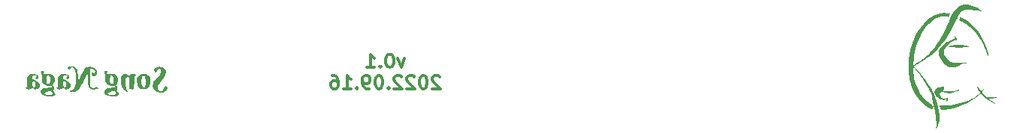
<source format=gbr>
%TF.GenerationSoftware,KiCad,Pcbnew,(6.0.1)*%
%TF.CreationDate,2022-09-16T10:26:10-07:00*%
%TF.ProjectId,8-pots-1-mux-rounded,382d706f-7473-42d3-912d-6d75782d726f,rev?*%
%TF.SameCoordinates,Original*%
%TF.FileFunction,Legend,Bot*%
%TF.FilePolarity,Positive*%
%FSLAX46Y46*%
G04 Gerber Fmt 4.6, Leading zero omitted, Abs format (unit mm)*
G04 Created by KiCad (PCBNEW (6.0.1)) date 2022-09-16 10:26:10*
%MOMM*%
%LPD*%
G01*
G04 APERTURE LIST*
%ADD10C,0.300000*%
G04 APERTURE END LIST*
D10*
X137642857Y-32971071D02*
X137285714Y-33971071D01*
X136928571Y-32971071D01*
X136071428Y-32471071D02*
X135928571Y-32471071D01*
X135785714Y-32542500D01*
X135714285Y-32613928D01*
X135642857Y-32756785D01*
X135571428Y-33042500D01*
X135571428Y-33399642D01*
X135642857Y-33685357D01*
X135714285Y-33828214D01*
X135785714Y-33899642D01*
X135928571Y-33971071D01*
X136071428Y-33971071D01*
X136214285Y-33899642D01*
X136285714Y-33828214D01*
X136357142Y-33685357D01*
X136428571Y-33399642D01*
X136428571Y-33042500D01*
X136357142Y-32756785D01*
X136285714Y-32613928D01*
X136214285Y-32542500D01*
X136071428Y-32471071D01*
X134928571Y-33828214D02*
X134857142Y-33899642D01*
X134928571Y-33971071D01*
X135000000Y-33899642D01*
X134928571Y-33828214D01*
X134928571Y-33971071D01*
X133428571Y-33971071D02*
X134285714Y-33971071D01*
X133857142Y-33971071D02*
X133857142Y-32471071D01*
X134000000Y-32685357D01*
X134142857Y-32828214D01*
X134285714Y-32899642D01*
X141642857Y-35028928D02*
X141571428Y-34957500D01*
X141428571Y-34886071D01*
X141071428Y-34886071D01*
X140928571Y-34957500D01*
X140857142Y-35028928D01*
X140785714Y-35171785D01*
X140785714Y-35314642D01*
X140857142Y-35528928D01*
X141714285Y-36386071D01*
X140785714Y-36386071D01*
X139857142Y-34886071D02*
X139714285Y-34886071D01*
X139571428Y-34957500D01*
X139500000Y-35028928D01*
X139428571Y-35171785D01*
X139357142Y-35457500D01*
X139357142Y-35814642D01*
X139428571Y-36100357D01*
X139500000Y-36243214D01*
X139571428Y-36314642D01*
X139714285Y-36386071D01*
X139857142Y-36386071D01*
X140000000Y-36314642D01*
X140071428Y-36243214D01*
X140142857Y-36100357D01*
X140214285Y-35814642D01*
X140214285Y-35457500D01*
X140142857Y-35171785D01*
X140071428Y-35028928D01*
X140000000Y-34957500D01*
X139857142Y-34886071D01*
X138785714Y-35028928D02*
X138714285Y-34957500D01*
X138571428Y-34886071D01*
X138214285Y-34886071D01*
X138071428Y-34957500D01*
X138000000Y-35028928D01*
X137928571Y-35171785D01*
X137928571Y-35314642D01*
X138000000Y-35528928D01*
X138857142Y-36386071D01*
X137928571Y-36386071D01*
X137357142Y-35028928D02*
X137285714Y-34957500D01*
X137142857Y-34886071D01*
X136785714Y-34886071D01*
X136642857Y-34957500D01*
X136571428Y-35028928D01*
X136500000Y-35171785D01*
X136500000Y-35314642D01*
X136571428Y-35528928D01*
X137428571Y-36386071D01*
X136500000Y-36386071D01*
X135857142Y-36243214D02*
X135785714Y-36314642D01*
X135857142Y-36386071D01*
X135928571Y-36314642D01*
X135857142Y-36243214D01*
X135857142Y-36386071D01*
X134857142Y-34886071D02*
X134714285Y-34886071D01*
X134571428Y-34957500D01*
X134500000Y-35028928D01*
X134428571Y-35171785D01*
X134357142Y-35457500D01*
X134357142Y-35814642D01*
X134428571Y-36100357D01*
X134500000Y-36243214D01*
X134571428Y-36314642D01*
X134714285Y-36386071D01*
X134857142Y-36386071D01*
X135000000Y-36314642D01*
X135071428Y-36243214D01*
X135142857Y-36100357D01*
X135214285Y-35814642D01*
X135214285Y-35457500D01*
X135142857Y-35171785D01*
X135071428Y-35028928D01*
X135000000Y-34957500D01*
X134857142Y-34886071D01*
X133642857Y-36386071D02*
X133357142Y-36386071D01*
X133214285Y-36314642D01*
X133142857Y-36243214D01*
X133000000Y-36028928D01*
X132928571Y-35743214D01*
X132928571Y-35171785D01*
X133000000Y-35028928D01*
X133071428Y-34957500D01*
X133214285Y-34886071D01*
X133500000Y-34886071D01*
X133642857Y-34957500D01*
X133714285Y-35028928D01*
X133785714Y-35171785D01*
X133785714Y-35528928D01*
X133714285Y-35671785D01*
X133642857Y-35743214D01*
X133500000Y-35814642D01*
X133214285Y-35814642D01*
X133071428Y-35743214D01*
X133000000Y-35671785D01*
X132928571Y-35528928D01*
X132285714Y-36243214D02*
X132214285Y-36314642D01*
X132285714Y-36386071D01*
X132357142Y-36314642D01*
X132285714Y-36243214D01*
X132285714Y-36386071D01*
X130785714Y-36386071D02*
X131642857Y-36386071D01*
X131214285Y-36386071D02*
X131214285Y-34886071D01*
X131357142Y-35100357D01*
X131500000Y-35243214D01*
X131642857Y-35314642D01*
X129500000Y-34886071D02*
X129785714Y-34886071D01*
X129928571Y-34957500D01*
X130000000Y-35028928D01*
X130142857Y-35243214D01*
X130214285Y-35528928D01*
X130214285Y-36100357D01*
X130142857Y-36243214D01*
X130071428Y-36314642D01*
X129928571Y-36386071D01*
X129642857Y-36386071D01*
X129500000Y-36314642D01*
X129428571Y-36243214D01*
X129357142Y-36100357D01*
X129357142Y-35743214D01*
X129428571Y-35600357D01*
X129500000Y-35528928D01*
X129642857Y-35457500D01*
X129928571Y-35457500D01*
X130071428Y-35528928D01*
X130142857Y-35600357D01*
X130214285Y-35743214D01*
%TO.C,G2*%
G36*
X199754564Y-30453281D02*
G01*
X199828075Y-30558142D01*
X199865269Y-30683391D01*
X199851981Y-30794903D01*
X199790825Y-30875712D01*
X199684413Y-30908848D01*
X199613953Y-30919385D01*
X199453394Y-30982445D01*
X199265042Y-31095435D01*
X199061084Y-31250561D01*
X198853708Y-31440031D01*
X198812955Y-31481251D01*
X198608116Y-31718313D01*
X198474539Y-31937207D01*
X198410366Y-32143448D01*
X198413735Y-32342553D01*
X198482787Y-32540037D01*
X198509336Y-32588611D01*
X198622830Y-32757986D01*
X198766766Y-32934762D01*
X198923880Y-33100308D01*
X199076905Y-33235995D01*
X199208575Y-33323190D01*
X199228183Y-33332765D01*
X199293766Y-33361997D01*
X199359546Y-33383020D01*
X199438395Y-33396950D01*
X199543182Y-33404902D01*
X199686780Y-33407990D01*
X199882060Y-33407329D01*
X200141892Y-33404034D01*
X200160677Y-33403773D01*
X200393107Y-33401772D01*
X200598429Y-33402187D01*
X200764065Y-33404824D01*
X200877435Y-33409492D01*
X200925962Y-33415999D01*
X200948116Y-33432239D01*
X200956842Y-33470450D01*
X200889991Y-33500540D01*
X200746800Y-33522965D01*
X200593514Y-33553519D01*
X200373632Y-33628958D01*
X200098249Y-33749787D01*
X199865132Y-33852329D01*
X199615668Y-33936720D01*
X199398375Y-33974919D01*
X199198462Y-33969247D01*
X199001140Y-33922026D01*
X198842812Y-33852829D01*
X198605769Y-33691917D01*
X198377629Y-33471516D01*
X198168719Y-33202115D01*
X197989362Y-32894203D01*
X197923479Y-32754973D01*
X197874835Y-32622551D01*
X197851701Y-32498699D01*
X197845791Y-32352130D01*
X197848650Y-32253301D01*
X197875321Y-32079070D01*
X197937621Y-31920387D01*
X198044775Y-31757206D01*
X198206012Y-31569477D01*
X198361915Y-31418550D01*
X198564008Y-31254909D01*
X198784840Y-31101196D01*
X199009587Y-30966251D01*
X199223428Y-30858916D01*
X199411538Y-30788032D01*
X199559095Y-30762439D01*
X199599873Y-30752570D01*
X199617949Y-30706445D01*
X199613755Y-30604204D01*
X199610742Y-30502353D01*
X199632419Y-30416965D01*
X199681378Y-30399516D01*
X199754564Y-30453281D01*
G37*
G36*
X198439069Y-36295582D02*
G01*
X198436078Y-36387687D01*
X198372134Y-36534896D01*
X198292624Y-36642439D01*
X198511250Y-36669754D01*
X198646409Y-36681133D01*
X198926303Y-36681930D01*
X199235301Y-36660151D01*
X199545489Y-36618159D01*
X199828952Y-36558312D01*
X199867116Y-36548473D01*
X200034484Y-36509469D01*
X200129384Y-36496383D01*
X200152309Y-36509394D01*
X200103747Y-36548679D01*
X199984189Y-36614414D01*
X199807984Y-36695974D01*
X199420480Y-36819297D01*
X199030955Y-36868576D01*
X198646522Y-36842595D01*
X198646464Y-36842586D01*
X198500317Y-36812582D01*
X198377936Y-36777913D01*
X198305811Y-36746084D01*
X198304577Y-36745197D01*
X198216101Y-36724193D01*
X198110918Y-36752372D01*
X198017484Y-36816598D01*
X197964250Y-36903740D01*
X197963226Y-37006670D01*
X198007708Y-37150906D01*
X198090303Y-37297674D01*
X198199531Y-37421702D01*
X198349469Y-37513671D01*
X198513185Y-37535185D01*
X198678170Y-37480275D01*
X198735609Y-37450210D01*
X198835984Y-37422381D01*
X198892666Y-37455264D01*
X198910487Y-37550313D01*
X198909431Y-37582140D01*
X198879961Y-37707051D01*
X198817862Y-37785490D01*
X198733690Y-37802404D01*
X198679872Y-37770334D01*
X198665617Y-37685562D01*
X198665631Y-37685361D01*
X198664275Y-37618170D01*
X198632872Y-37600292D01*
X198549714Y-37619320D01*
X198488813Y-37635050D01*
X198343429Y-37651089D01*
X198199166Y-37626309D01*
X198025139Y-37557041D01*
X197946080Y-37518250D01*
X197694446Y-37359394D01*
X197511382Y-37179818D01*
X197399573Y-36982703D01*
X197361707Y-36771232D01*
X197365541Y-36710780D01*
X197423866Y-36534756D01*
X197544314Y-36384215D01*
X197716416Y-36266990D01*
X197929702Y-36190911D01*
X198173702Y-36163811D01*
X198426493Y-36163811D01*
X198439069Y-36295582D01*
G37*
G36*
X200517235Y-31417195D02*
G01*
X200887026Y-31486114D01*
X201214474Y-31592487D01*
X201238043Y-31602809D01*
X201317672Y-31646609D01*
X201349822Y-31680052D01*
X201329672Y-31685154D01*
X201243080Y-31691062D01*
X201098480Y-31695793D01*
X200907069Y-31699364D01*
X200680042Y-31701797D01*
X200428598Y-31703112D01*
X200163931Y-31703326D01*
X199897240Y-31702461D01*
X199639720Y-31700537D01*
X199402569Y-31697572D01*
X199196983Y-31693587D01*
X199034158Y-31688601D01*
X198925291Y-31682634D01*
X198881579Y-31675706D01*
X198892340Y-31650933D01*
X198962223Y-31611121D01*
X199078197Y-31563719D01*
X199224931Y-31514323D01*
X199387095Y-31468531D01*
X199549359Y-31431938D01*
X199757829Y-31402051D01*
X200131902Y-31388312D01*
X200517235Y-31417195D01*
G37*
G36*
X201430060Y-26924164D02*
G01*
X201622954Y-26981920D01*
X201890008Y-27083770D01*
X202163787Y-27207679D01*
X202416782Y-27341017D01*
X202621482Y-27471155D01*
X202687703Y-27520977D01*
X202755496Y-27577853D01*
X202776360Y-27604701D01*
X202756971Y-27604846D01*
X202672589Y-27596168D01*
X202533500Y-27578320D01*
X202352796Y-27553016D01*
X202143567Y-27521966D01*
X202056808Y-27509204D01*
X201804632Y-27476275D01*
X201553820Y-27448791D01*
X201329354Y-27429322D01*
X201156219Y-27420437D01*
X201094746Y-27419431D01*
X200927046Y-27421008D01*
X200805651Y-27433063D01*
X200706658Y-27459182D01*
X200606168Y-27502951D01*
X200566063Y-27523195D01*
X200474847Y-27575429D01*
X200393340Y-27635822D01*
X200316430Y-27712212D01*
X200239001Y-27812439D01*
X200155939Y-27944343D01*
X200062130Y-28115763D01*
X199952461Y-28334538D01*
X199821815Y-28608508D01*
X199665080Y-28945513D01*
X199497777Y-29301534D01*
X199320103Y-29660583D01*
X199151636Y-29974650D01*
X198982954Y-30258627D01*
X198804634Y-30527407D01*
X198607255Y-30795882D01*
X198381395Y-31078946D01*
X198117632Y-31391491D01*
X197753299Y-31802710D01*
X197362582Y-32211294D01*
X196987679Y-32564772D01*
X196619121Y-32870944D01*
X196247442Y-33137610D01*
X195863176Y-33372569D01*
X195456856Y-33583620D01*
X195425504Y-33598769D01*
X195259701Y-33682844D01*
X195124877Y-33757737D01*
X195034184Y-33815786D01*
X195000777Y-33849326D01*
X195000772Y-33849778D01*
X195031708Y-33899641D01*
X195106295Y-33952938D01*
X195110224Y-33955038D01*
X195247639Y-34053109D01*
X195418858Y-34215504D01*
X195620889Y-34438584D01*
X195850740Y-34718709D01*
X196105422Y-35052238D01*
X196381943Y-35435530D01*
X196677312Y-35864946D01*
X196750254Y-35974132D01*
X196929216Y-36253043D01*
X197076325Y-36504543D01*
X197204287Y-36752692D01*
X197325805Y-37021551D01*
X197453582Y-37335182D01*
X197533826Y-37548904D01*
X197680387Y-38002095D01*
X197794537Y-38448938D01*
X197875832Y-38881652D01*
X197923826Y-39292461D01*
X197938075Y-39673584D01*
X197918134Y-40017244D01*
X197863557Y-40315661D01*
X197773900Y-40561058D01*
X197648716Y-40745656D01*
X197514749Y-40887592D01*
X197544707Y-40771433D01*
X197563205Y-40659521D01*
X197570377Y-40462078D01*
X197558919Y-40201227D01*
X197528609Y-39874674D01*
X197479225Y-39480123D01*
X197410543Y-39015282D01*
X197322343Y-38477854D01*
X197283906Y-38256927D01*
X197208477Y-37855706D01*
X197133432Y-37511121D01*
X197054071Y-37209435D01*
X196965695Y-36936912D01*
X196863605Y-36679817D01*
X196743103Y-36424413D01*
X196599489Y-36156966D01*
X196428064Y-35863739D01*
X196340735Y-35719544D01*
X196075046Y-35293929D01*
X195830898Y-34923337D01*
X195610499Y-34610815D01*
X195416058Y-34359406D01*
X195249785Y-34172157D01*
X195113888Y-34052112D01*
X194988138Y-33962569D01*
X195010099Y-34463038D01*
X195010786Y-34478415D01*
X195036576Y-34847781D01*
X195081596Y-35178051D01*
X195151296Y-35489431D01*
X195251128Y-35802126D01*
X195386545Y-36136343D01*
X195562997Y-36512287D01*
X195760445Y-36881090D01*
X196020893Y-37277663D01*
X196297919Y-37603281D01*
X196594250Y-37861057D01*
X196912612Y-38054107D01*
X196936155Y-38065661D01*
X197042907Y-38122606D01*
X197101369Y-38174576D01*
X197130143Y-38245802D01*
X197147831Y-38360516D01*
X197158068Y-38435528D01*
X197177763Y-38557757D01*
X197194552Y-38637452D01*
X197201549Y-38672926D01*
X197180788Y-38696160D01*
X197104633Y-38684896D01*
X197091384Y-38681412D01*
X196993249Y-38645964D01*
X196856998Y-38587515D01*
X196707885Y-38516766D01*
X196435750Y-38350006D01*
X196150393Y-38116985D01*
X195864934Y-37831181D01*
X195588271Y-37503981D01*
X195329305Y-37146771D01*
X195096936Y-36770936D01*
X194900063Y-36387861D01*
X194747587Y-36008933D01*
X194699037Y-35861609D01*
X194617379Y-35576377D01*
X194556865Y-35296290D01*
X194514183Y-35000802D01*
X194486020Y-34669368D01*
X194469064Y-34281444D01*
X194464405Y-33975910D01*
X194495532Y-33172641D01*
X194589872Y-32403473D01*
X194746719Y-31672001D01*
X194965366Y-30981820D01*
X195245105Y-30336525D01*
X195483550Y-29899296D01*
X195794475Y-29427164D01*
X196131785Y-29008400D01*
X196491210Y-28645966D01*
X196868484Y-28342820D01*
X197259338Y-28101923D01*
X197659506Y-27926236D01*
X198064718Y-27818718D01*
X198470709Y-27782329D01*
X198873210Y-27820030D01*
X198954920Y-27836611D01*
X199051156Y-27859785D01*
X199095553Y-27875757D01*
X199097087Y-27892779D01*
X199080230Y-27965303D01*
X199043944Y-28071443D01*
X198975601Y-28250395D01*
X198817391Y-28223666D01*
X198602781Y-28199649D01*
X198220186Y-28216779D01*
X197839050Y-28309716D01*
X197461991Y-28477444D01*
X197091628Y-28718948D01*
X196730581Y-29033212D01*
X196692901Y-29070821D01*
X196323361Y-29495307D01*
X195991361Y-29980817D01*
X195700832Y-30519215D01*
X195455709Y-31102366D01*
X195259924Y-31722133D01*
X195117410Y-32370381D01*
X195088668Y-32553173D01*
X195060618Y-32768051D01*
X195036898Y-32986666D01*
X195018527Y-33195607D01*
X195006524Y-33381463D01*
X195001909Y-33530822D01*
X195005700Y-33630272D01*
X195018918Y-33666403D01*
X195035224Y-33662518D01*
X195113132Y-33625393D01*
X195235889Y-33555661D01*
X195390414Y-33461573D01*
X195563628Y-33351381D01*
X195742450Y-33233337D01*
X195913802Y-33115693D01*
X196064603Y-33006701D01*
X196271410Y-32840723D01*
X196553486Y-32585906D01*
X196837340Y-32301859D01*
X197102113Y-32009670D01*
X197326949Y-31730427D01*
X197400357Y-31631554D01*
X197678361Y-31249324D01*
X197916294Y-30905720D01*
X198123083Y-30584980D01*
X198307654Y-30271345D01*
X198478936Y-29949052D01*
X198645856Y-29602340D01*
X198817341Y-29215449D01*
X199002318Y-28772618D01*
X199036927Y-28688518D01*
X199140794Y-28441841D01*
X199241378Y-28210712D01*
X199332354Y-28009236D01*
X199407396Y-27851518D01*
X199460178Y-27751666D01*
X199559204Y-27597465D01*
X199799315Y-27305797D01*
X200066553Y-27086562D01*
X200362082Y-26939270D01*
X200687067Y-26863433D01*
X201042671Y-26858561D01*
X201430060Y-26924164D01*
G37*
G36*
X202271111Y-36126532D02*
G01*
X202332707Y-36212211D01*
X202357587Y-36256193D01*
X202428770Y-36368501D01*
X202511314Y-36487571D01*
X202634311Y-36656453D01*
X202774169Y-36526291D01*
X202914028Y-36396128D01*
X202809514Y-36538743D01*
X202779429Y-36581102D01*
X202726112Y-36664828D01*
X202705000Y-36712124D01*
X202722722Y-36740358D01*
X202785547Y-36814095D01*
X202883106Y-36919401D01*
X203004167Y-37043823D01*
X203303335Y-37344756D01*
X203672079Y-37345093D01*
X203736984Y-37345526D01*
X203932420Y-37350504D01*
X204115536Y-37359837D01*
X204253780Y-37372019D01*
X204466737Y-37398609D01*
X204292500Y-37429547D01*
X204281713Y-37431383D01*
X204149782Y-37447653D01*
X203978433Y-37461601D01*
X203801865Y-37470380D01*
X203796894Y-37470536D01*
X203660096Y-37476211D01*
X203571977Y-37487496D01*
X203534991Y-37510869D01*
X203551591Y-37552807D01*
X203624229Y-37619785D01*
X203755357Y-37718282D01*
X203947429Y-37854774D01*
X204062355Y-37937297D01*
X204176642Y-38022950D01*
X204251845Y-38083777D01*
X204275645Y-38110188D01*
X204249948Y-38108486D01*
X204168755Y-38075984D01*
X204047675Y-38016039D01*
X203901424Y-37936710D01*
X203744717Y-37846052D01*
X203592269Y-37752122D01*
X203458796Y-37662977D01*
X203386082Y-37609590D01*
X203218335Y-37476894D01*
X203038519Y-37325065D01*
X202874826Y-37177536D01*
X202563128Y-36884313D01*
X202333987Y-37101294D01*
X202115800Y-37296940D01*
X201597405Y-37688001D01*
X201030246Y-38023870D01*
X200420686Y-38301860D01*
X199775090Y-38519285D01*
X199099822Y-38673457D01*
X198401244Y-38761691D01*
X198066239Y-38787412D01*
X198011266Y-38540398D01*
X197956292Y-38293384D01*
X198597948Y-38269213D01*
X199212204Y-38225732D01*
X199905344Y-38120954D01*
X200551623Y-37958234D01*
X201154243Y-37736908D01*
X201286766Y-37678408D01*
X201563267Y-37543100D01*
X201796802Y-37404499D01*
X202010372Y-37248075D01*
X202226977Y-37059300D01*
X202513362Y-36793203D01*
X202421170Y-36672105D01*
X202379224Y-36613984D01*
X202293613Y-36476087D01*
X202225323Y-36341228D01*
X202183770Y-36229266D01*
X202178369Y-36160057D01*
X202216347Y-36111117D01*
X202271111Y-36126532D01*
G37*
G36*
X200366548Y-28274856D02*
G01*
X200479486Y-28329235D01*
X200622983Y-28406427D01*
X200783164Y-28498563D01*
X200946154Y-28597774D01*
X201098081Y-28696194D01*
X201225069Y-28785954D01*
X201382779Y-28911175D01*
X201777560Y-29281764D01*
X202150036Y-29712028D01*
X202492717Y-30189836D01*
X202798112Y-30703057D01*
X203058731Y-31239558D01*
X203267084Y-31787208D01*
X203415679Y-32333875D01*
X203442728Y-32478313D01*
X203464742Y-32636702D01*
X203473258Y-32756494D01*
X203472241Y-32786841D01*
X203463393Y-32810726D01*
X203443026Y-32785526D01*
X203408222Y-32705041D01*
X203356065Y-32563071D01*
X203283639Y-32353415D01*
X203200685Y-32117600D01*
X203039811Y-31709666D01*
X202866308Y-31339303D01*
X202667460Y-30980481D01*
X202430550Y-30607170D01*
X202112585Y-30171371D01*
X201730951Y-29734571D01*
X201325557Y-29352337D01*
X200904568Y-29032292D01*
X200476145Y-28782060D01*
X200395194Y-28741081D01*
X200268908Y-28673048D01*
X200181912Y-28620576D01*
X200149512Y-28592545D01*
X200156545Y-28564023D01*
X200184940Y-28483977D01*
X200223952Y-28385092D01*
X200261398Y-28297893D01*
X200285093Y-28252904D01*
X200298043Y-28251156D01*
X200366548Y-28274856D01*
G37*
%TO.C,G1*%
G36*
X110236142Y-33907099D02*
G01*
X110439826Y-33965414D01*
X110624415Y-34112063D01*
X110625071Y-34112720D01*
X110782352Y-34326121D01*
X110831479Y-34555398D01*
X110768834Y-34815609D01*
X110590802Y-35121812D01*
X110293768Y-35489065D01*
X110136646Y-35682034D01*
X109996108Y-35889391D01*
X109924060Y-36041163D01*
X109908596Y-36127372D01*
X109926189Y-36361166D01*
X110020566Y-36543469D01*
X110173294Y-36630681D01*
X110317753Y-36626663D01*
X110478999Y-36516989D01*
X110572284Y-36280768D01*
X110635093Y-36124143D01*
X110749115Y-36069725D01*
X110893069Y-36152500D01*
X110971426Y-36289865D01*
X110934465Y-36472701D01*
X110757646Y-36672847D01*
X110503700Y-36816982D01*
X110169901Y-36854999D01*
X109796148Y-36759043D01*
X109549685Y-36607776D01*
X109376900Y-36358261D01*
X109320000Y-36023505D01*
X109320246Y-35994871D01*
X109337059Y-35827875D01*
X109391903Y-35669069D01*
X109501018Y-35491132D01*
X109680645Y-35266741D01*
X109947022Y-34968574D01*
X110097166Y-34783555D01*
X110237214Y-34515912D01*
X110255801Y-34289600D01*
X110149830Y-34117614D01*
X110133104Y-34105007D01*
X109997771Y-34080754D01*
X109879432Y-34172744D01*
X109811406Y-34357371D01*
X109759462Y-34476819D01*
X109651567Y-34522024D01*
X109541016Y-34469028D01*
X109478239Y-34323029D01*
X109480732Y-34225559D01*
X109578768Y-34052623D01*
X109790322Y-33940833D01*
X110099277Y-33901136D01*
X110236142Y-33907099D01*
G37*
G36*
X108953562Y-36048299D02*
G01*
X108766638Y-36277070D01*
X108503671Y-36413975D01*
X108288142Y-36439415D01*
X108057693Y-36414861D01*
X108052585Y-36413437D01*
X107897561Y-36371795D01*
X107822115Y-36354546D01*
X107816077Y-36350545D01*
X107755879Y-36270491D01*
X107659550Y-36120029D01*
X107566083Y-35901531D01*
X107516293Y-35501126D01*
X107516469Y-35469198D01*
X108054616Y-35469198D01*
X108055520Y-35753084D01*
X108088966Y-36001173D01*
X108156251Y-36163057D01*
X108243256Y-36249059D01*
X108351674Y-36265556D01*
X108451552Y-36142812D01*
X108467556Y-36106589D01*
X108510416Y-35902343D01*
X108526064Y-35631605D01*
X108515767Y-35346650D01*
X108480797Y-35099755D01*
X108422422Y-34943195D01*
X108361810Y-34867751D01*
X108291190Y-34845594D01*
X108187905Y-34931981D01*
X108145250Y-34995665D01*
X108084958Y-35199922D01*
X108054616Y-35469198D01*
X107516469Y-35469198D01*
X107516602Y-35444982D01*
X107535028Y-35217023D01*
X107597790Y-35058081D01*
X107726950Y-34905813D01*
X107887684Y-34786306D01*
X108181671Y-34692913D01*
X108490336Y-34709874D01*
X108763852Y-34840333D01*
X108828025Y-34896859D01*
X109001676Y-35151942D01*
X109076722Y-35451619D01*
X109066324Y-35631605D01*
X109058804Y-35761777D01*
X108953562Y-36048299D01*
G37*
G36*
X100223524Y-33835396D02*
G01*
X100448854Y-33892849D01*
X100638264Y-34002627D01*
X100644019Y-34007591D01*
X100735675Y-34096783D01*
X100795702Y-34195632D01*
X100833180Y-34337782D01*
X100857187Y-34556881D01*
X100876805Y-34886576D01*
X100913466Y-35596875D01*
X101270303Y-34816168D01*
X101413025Y-34519068D01*
X101555770Y-34251073D01*
X101674456Y-34057844D01*
X101752633Y-33968299D01*
X101911575Y-33915401D01*
X102200969Y-33900642D01*
X102505138Y-33952830D01*
X102760892Y-34065850D01*
X102886423Y-34161595D01*
X102989256Y-34310396D01*
X103028042Y-34530246D01*
X103032063Y-34697869D01*
X102994779Y-34831002D01*
X102892636Y-34914150D01*
X102784821Y-34948085D01*
X102603704Y-34935533D01*
X102454650Y-34860276D01*
X102392728Y-34741349D01*
X102399906Y-34691419D01*
X102466920Y-34579388D01*
X102564647Y-34519040D01*
X102643846Y-34548241D01*
X102714289Y-34595758D01*
X102791015Y-34544064D01*
X102825682Y-34410827D01*
X102813139Y-34326528D01*
X102695198Y-34179856D01*
X102446443Y-34079513D01*
X102248409Y-34029809D01*
X102249395Y-34957660D01*
X102249452Y-34988344D01*
X102253769Y-35352657D01*
X102263802Y-35674161D01*
X102278131Y-35919022D01*
X102295338Y-36053406D01*
X102323832Y-36126220D01*
X102466880Y-36268219D01*
X102667604Y-36311672D01*
X102879216Y-36241506D01*
X103033384Y-36169623D01*
X103136464Y-36203510D01*
X103177659Y-36283327D01*
X103120054Y-36374353D01*
X102956191Y-36438508D01*
X102707588Y-36462784D01*
X102520778Y-36452556D01*
X102351394Y-36394276D01*
X102206082Y-36260323D01*
X102194960Y-36247280D01*
X102120489Y-36145790D01*
X102072642Y-36031910D01*
X102045419Y-35872665D01*
X102032821Y-35635079D01*
X102028847Y-35286175D01*
X102025762Y-34514489D01*
X101594963Y-35390881D01*
X101490848Y-35598420D01*
X101260599Y-36018552D01*
X101059050Y-36322962D01*
X100876249Y-36527386D01*
X100837423Y-36561760D01*
X100600051Y-36726841D01*
X100372240Y-36782095D01*
X100101677Y-36742019D01*
X100064225Y-36731030D01*
X99952520Y-36667654D01*
X99981256Y-36602741D01*
X100147808Y-36547365D01*
X100320054Y-36484629D01*
X100478025Y-36333976D01*
X100583559Y-36087976D01*
X100642555Y-35731720D01*
X100660909Y-35250300D01*
X100660868Y-35218943D01*
X100646009Y-34739951D01*
X100602801Y-34390180D01*
X100528880Y-34157551D01*
X100421878Y-34029988D01*
X100260548Y-33977601D01*
X100076501Y-33998261D01*
X99952406Y-34091665D01*
X99867910Y-34161559D01*
X99769054Y-34133245D01*
X99722841Y-34012837D01*
X99729130Y-33972562D01*
X99823951Y-33875696D01*
X100001986Y-33829826D01*
X100223524Y-33835396D01*
G37*
G36*
X96595139Y-36161580D02*
G01*
X96486941Y-36342724D01*
X96295284Y-36443379D01*
X96102518Y-36448464D01*
X95849119Y-36338516D01*
X95764825Y-36315897D01*
X95596563Y-36380836D01*
X95476929Y-36443145D01*
X95355908Y-36443813D01*
X95176819Y-36374678D01*
X95071213Y-36323062D01*
X94999881Y-36264422D01*
X95050540Y-36230031D01*
X95058917Y-36227823D01*
X95119529Y-36187944D01*
X95155369Y-36091961D01*
X95172460Y-35910523D01*
X95176776Y-35617227D01*
X95764295Y-35617227D01*
X95768177Y-35830743D01*
X95783326Y-35982857D01*
X95830067Y-36137752D01*
X95913871Y-36196333D01*
X96008853Y-36175628D01*
X96085387Y-36029303D01*
X96099713Y-35910866D01*
X96066957Y-35709594D01*
X95980084Y-35552201D01*
X95859923Y-35488637D01*
X95794257Y-35513873D01*
X95764295Y-35617227D01*
X95176776Y-35617227D01*
X95176819Y-35614275D01*
X95176819Y-35611680D01*
X95194297Y-35227379D01*
X95256526Y-34963895D01*
X95378706Y-34800882D01*
X95576039Y-34717995D01*
X95863725Y-34694887D01*
X96033365Y-34705430D01*
X96287898Y-34779977D01*
X96436669Y-34916461D01*
X96463139Y-35103604D01*
X96462382Y-35107318D01*
X96376562Y-35225994D01*
X96229773Y-35263411D01*
X96089182Y-35201909D01*
X96054359Y-35114925D01*
X96144003Y-35016730D01*
X96193999Y-34978183D01*
X96237568Y-34915493D01*
X96166258Y-34871167D01*
X96001524Y-34839218D01*
X95842347Y-34903009D01*
X95767182Y-35075953D01*
X95770046Y-35207925D01*
X95842399Y-35301070D01*
X96019739Y-35388929D01*
X96056853Y-35404923D01*
X96280899Y-35524663D01*
X96457642Y-35652450D01*
X96525824Y-35729988D01*
X96598194Y-35910866D01*
X96611046Y-35942988D01*
X96595139Y-36161580D01*
G37*
G36*
X100058776Y-36161580D02*
G01*
X99950577Y-36342724D01*
X99758921Y-36443379D01*
X99566155Y-36448464D01*
X99312756Y-36338516D01*
X99228462Y-36315897D01*
X99060199Y-36380836D01*
X98940565Y-36443145D01*
X98819544Y-36443813D01*
X98640455Y-36374678D01*
X98534849Y-36323062D01*
X98463518Y-36264422D01*
X98514177Y-36230031D01*
X98522554Y-36227823D01*
X98583165Y-36187944D01*
X98619006Y-36091961D01*
X98636096Y-35910523D01*
X98640412Y-35617227D01*
X99227931Y-35617227D01*
X99231814Y-35830743D01*
X99246963Y-35982857D01*
X99293704Y-36137752D01*
X99377508Y-36196333D01*
X99472490Y-36175628D01*
X99549024Y-36029303D01*
X99563349Y-35910866D01*
X99530594Y-35709594D01*
X99443720Y-35552201D01*
X99323560Y-35488637D01*
X99257894Y-35513873D01*
X99227931Y-35617227D01*
X98640412Y-35617227D01*
X98640455Y-35614275D01*
X98640455Y-35611680D01*
X98657933Y-35227379D01*
X98720162Y-34963895D01*
X98842342Y-34800882D01*
X99039675Y-34717995D01*
X99327361Y-34694887D01*
X99497002Y-34705430D01*
X99751535Y-34779977D01*
X99900306Y-34916461D01*
X99926775Y-35103604D01*
X99926019Y-35107318D01*
X99840199Y-35225994D01*
X99693410Y-35263411D01*
X99552819Y-35201909D01*
X99517996Y-35114925D01*
X99607639Y-35016730D01*
X99657636Y-34978183D01*
X99701204Y-34915493D01*
X99629894Y-34871167D01*
X99465160Y-34839218D01*
X99305983Y-34903009D01*
X99230819Y-35075953D01*
X99233683Y-35207925D01*
X99306036Y-35301070D01*
X99483376Y-35388929D01*
X99520489Y-35404923D01*
X99744535Y-35524663D01*
X99921279Y-35652450D01*
X99989460Y-35729988D01*
X100061830Y-35910866D01*
X100074682Y-35942988D01*
X100058776Y-36161580D01*
G37*
G36*
X107329724Y-34738686D02*
G01*
X107424904Y-34807569D01*
X107435563Y-34876353D01*
X107353665Y-34893324D01*
X107315274Y-34915201D01*
X107281323Y-35030501D01*
X107258023Y-35258008D01*
X107242915Y-35613720D01*
X107238798Y-35739103D01*
X107214880Y-36086843D01*
X107169200Y-36312150D01*
X107092846Y-36431728D01*
X106976907Y-36462278D01*
X106812472Y-36420503D01*
X106744860Y-36388237D01*
X106693079Y-36327717D01*
X106664618Y-36213927D01*
X106652592Y-36016527D01*
X106650114Y-35705174D01*
X106650107Y-35689427D01*
X106644945Y-35370855D01*
X106627247Y-35168751D01*
X106592708Y-35056568D01*
X106537025Y-35007756D01*
X106509262Y-34998437D01*
X106389771Y-35006972D01*
X106311993Y-35121169D01*
X106271280Y-35353015D01*
X106262985Y-35714495D01*
X106269750Y-35945761D01*
X106294195Y-36191652D01*
X106343687Y-36364154D01*
X106426924Y-36505217D01*
X106447674Y-36533368D01*
X106530873Y-36657236D01*
X106529150Y-36706508D01*
X106445528Y-36715341D01*
X106346029Y-36696734D01*
X106142694Y-36580562D01*
X105949958Y-36390435D01*
X105811540Y-36164350D01*
X105791220Y-36109753D01*
X105731028Y-35816326D01*
X105716459Y-35477580D01*
X105747000Y-35154426D01*
X105822138Y-34907780D01*
X105851329Y-34855224D01*
X105974183Y-34728352D01*
X106159211Y-34694886D01*
X106352378Y-34728974D01*
X106524070Y-34819663D01*
X106600882Y-34885119D01*
X106670988Y-34903077D01*
X106731775Y-34819663D01*
X106749408Y-34795099D01*
X106895469Y-34715810D01*
X107107897Y-34694434D01*
X107329724Y-34738686D01*
G37*
G36*
X98225236Y-37127464D02*
G01*
X97982311Y-37222960D01*
X97793572Y-37252885D01*
X97462201Y-37249399D01*
X97146757Y-37190098D01*
X96908637Y-37082986D01*
X96795780Y-36967861D01*
X96764880Y-36886960D01*
X97090386Y-36886960D01*
X97139532Y-36983804D01*
X97165219Y-37001827D01*
X97356896Y-37074862D01*
X97597935Y-37110650D01*
X97810625Y-37096178D01*
X97917115Y-37055709D01*
X98015277Y-36936542D01*
X97979579Y-36766116D01*
X97973006Y-36754219D01*
X97902969Y-36678307D01*
X97783705Y-36656049D01*
X97569699Y-36677617D01*
X97368341Y-36717731D01*
X97171358Y-36794922D01*
X97090386Y-36886960D01*
X96764880Y-36886960D01*
X96706144Y-36733178D01*
X96706145Y-36641596D01*
X96792723Y-36447885D01*
X96995547Y-36325025D01*
X97303528Y-36281401D01*
X97361484Y-36280676D01*
X97658657Y-36255080D01*
X97850692Y-36196825D01*
X97918864Y-36111093D01*
X97916103Y-36097494D01*
X97822850Y-36054142D01*
X97607096Y-36053586D01*
X97447638Y-36058286D01*
X97253246Y-36013232D01*
X97059923Y-35880301D01*
X96949002Y-35780726D01*
X96868092Y-35665981D01*
X96840095Y-35516869D01*
X96845373Y-35285957D01*
X97342877Y-35285957D01*
X97343367Y-35529424D01*
X97385391Y-35735292D01*
X97406009Y-35775335D01*
X97516628Y-35845331D01*
X97643514Y-35813217D01*
X97729065Y-35687074D01*
X97749882Y-35596214D01*
X97772925Y-35335376D01*
X97745676Y-35108316D01*
X97677682Y-34942542D01*
X97578488Y-34865562D01*
X97457638Y-34904883D01*
X97446550Y-34915507D01*
X97378933Y-35062212D01*
X97342877Y-35285957D01*
X96845373Y-35285957D01*
X96845538Y-35278753D01*
X96847028Y-35116070D01*
X96824864Y-34877404D01*
X96779359Y-34717670D01*
X96724339Y-34602609D01*
X96692159Y-34490873D01*
X96692357Y-34485174D01*
X96757297Y-34400299D01*
X96894826Y-34367921D01*
X97041117Y-34403941D01*
X97098570Y-34448437D01*
X97070995Y-34476215D01*
X97020612Y-34500794D01*
X96980796Y-34614418D01*
X96993250Y-34684718D01*
X97053258Y-34722105D01*
X97192771Y-34729349D01*
X97443721Y-34713268D01*
X97695648Y-34698085D01*
X97861646Y-34710144D01*
X97978234Y-34761328D01*
X98093153Y-34862615D01*
X98177063Y-34968504D01*
X98274544Y-35239334D01*
X98270353Y-35335376D01*
X98261771Y-35532061D01*
X98136378Y-35795646D01*
X98063185Y-35896672D01*
X98037587Y-35989556D01*
X98100298Y-36066769D01*
X98132490Y-36100623D01*
X98196665Y-36254775D01*
X98197269Y-36423989D01*
X98129909Y-36538300D01*
X98109163Y-36603547D01*
X98202068Y-36725768D01*
X98299666Y-36841008D01*
X98319250Y-36936542D01*
X98331887Y-36998189D01*
X98225236Y-37127464D01*
G37*
G36*
X105368986Y-37127464D02*
G01*
X105126061Y-37222960D01*
X104937322Y-37252885D01*
X104605951Y-37249399D01*
X104290507Y-37190098D01*
X104052387Y-37082986D01*
X103939530Y-36967861D01*
X103908630Y-36886960D01*
X104234136Y-36886960D01*
X104283282Y-36983804D01*
X104308969Y-37001827D01*
X104500646Y-37074862D01*
X104741685Y-37110650D01*
X104954375Y-37096178D01*
X105060865Y-37055709D01*
X105159027Y-36936542D01*
X105123329Y-36766116D01*
X105116756Y-36754219D01*
X105046719Y-36678307D01*
X104927455Y-36656049D01*
X104713449Y-36677617D01*
X104512091Y-36717731D01*
X104315108Y-36794922D01*
X104234136Y-36886960D01*
X103908630Y-36886960D01*
X103849894Y-36733178D01*
X103849895Y-36641596D01*
X103936473Y-36447885D01*
X104139297Y-36325025D01*
X104447278Y-36281401D01*
X104505234Y-36280676D01*
X104802407Y-36255080D01*
X104994442Y-36196825D01*
X105062614Y-36111093D01*
X105059853Y-36097494D01*
X104966600Y-36054142D01*
X104750846Y-36053586D01*
X104591388Y-36058286D01*
X104396996Y-36013232D01*
X104203673Y-35880301D01*
X104092752Y-35780726D01*
X104011842Y-35665981D01*
X103983845Y-35516869D01*
X103989123Y-35285957D01*
X104486627Y-35285957D01*
X104487117Y-35529424D01*
X104529141Y-35735292D01*
X104549759Y-35775335D01*
X104660378Y-35845331D01*
X104787264Y-35813217D01*
X104872815Y-35687074D01*
X104893632Y-35596214D01*
X104916675Y-35335376D01*
X104889426Y-35108316D01*
X104821432Y-34942542D01*
X104722238Y-34865562D01*
X104601388Y-34904883D01*
X104590300Y-34915507D01*
X104522683Y-35062212D01*
X104486627Y-35285957D01*
X103989123Y-35285957D01*
X103989288Y-35278753D01*
X103990778Y-35116070D01*
X103968614Y-34877404D01*
X103923109Y-34717670D01*
X103868089Y-34602609D01*
X103835909Y-34490873D01*
X103836107Y-34485174D01*
X103901047Y-34400299D01*
X104038576Y-34367921D01*
X104184867Y-34403941D01*
X104242320Y-34448437D01*
X104214745Y-34476215D01*
X104164362Y-34500794D01*
X104124546Y-34614418D01*
X104137000Y-34684718D01*
X104197008Y-34722105D01*
X104336521Y-34729349D01*
X104587471Y-34713268D01*
X104839398Y-34698085D01*
X105005396Y-34710144D01*
X105121984Y-34761328D01*
X105236903Y-34862615D01*
X105320813Y-34968504D01*
X105418294Y-35239334D01*
X105414103Y-35335376D01*
X105405521Y-35532061D01*
X105280128Y-35795646D01*
X105206935Y-35896672D01*
X105181337Y-35989556D01*
X105244048Y-36066769D01*
X105276240Y-36100623D01*
X105340415Y-36254775D01*
X105341019Y-36423989D01*
X105273659Y-36538300D01*
X105252913Y-36603547D01*
X105345818Y-36725768D01*
X105443416Y-36841008D01*
X105463000Y-36936542D01*
X105475637Y-36998189D01*
X105368986Y-37127464D01*
G37*
%TD*%
M02*

</source>
